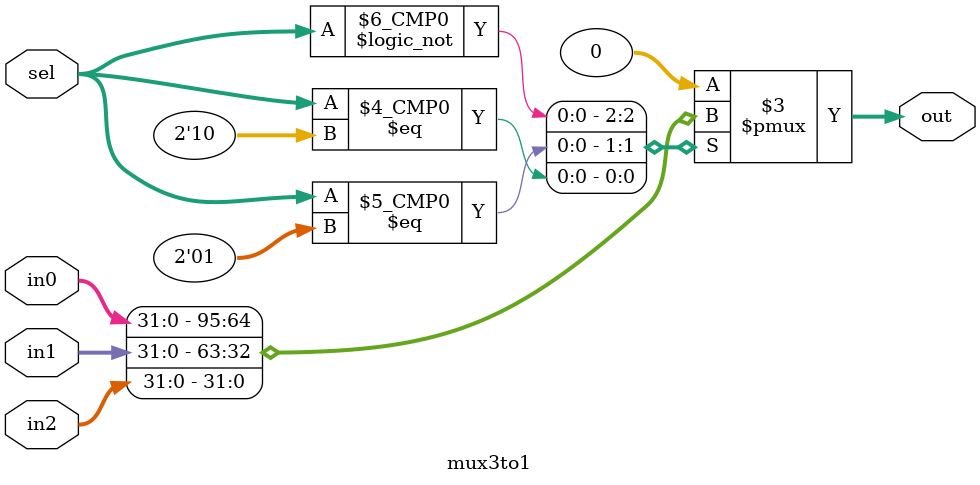
<source format=v>
module mux3to1 (
    input [31:0] in0,
    input [31:0] in1,
    input [31:0] in2, 
    input [1:0] sel, 
    output reg [31:0] out);
    


    always @(*) begin
            //if (in2!=0) $display("sel: %d", sel); //! DEBUGGING
            //if (in2!=0) $display("in2: %d", in2); //! DEBUGGING
        case(sel)
            2'b00: out = in0;
            2'b01: out = in1;
            2'b10: out = in2;
            default: out = 32'b0;
        endcase
            end


endmodule 

</source>
